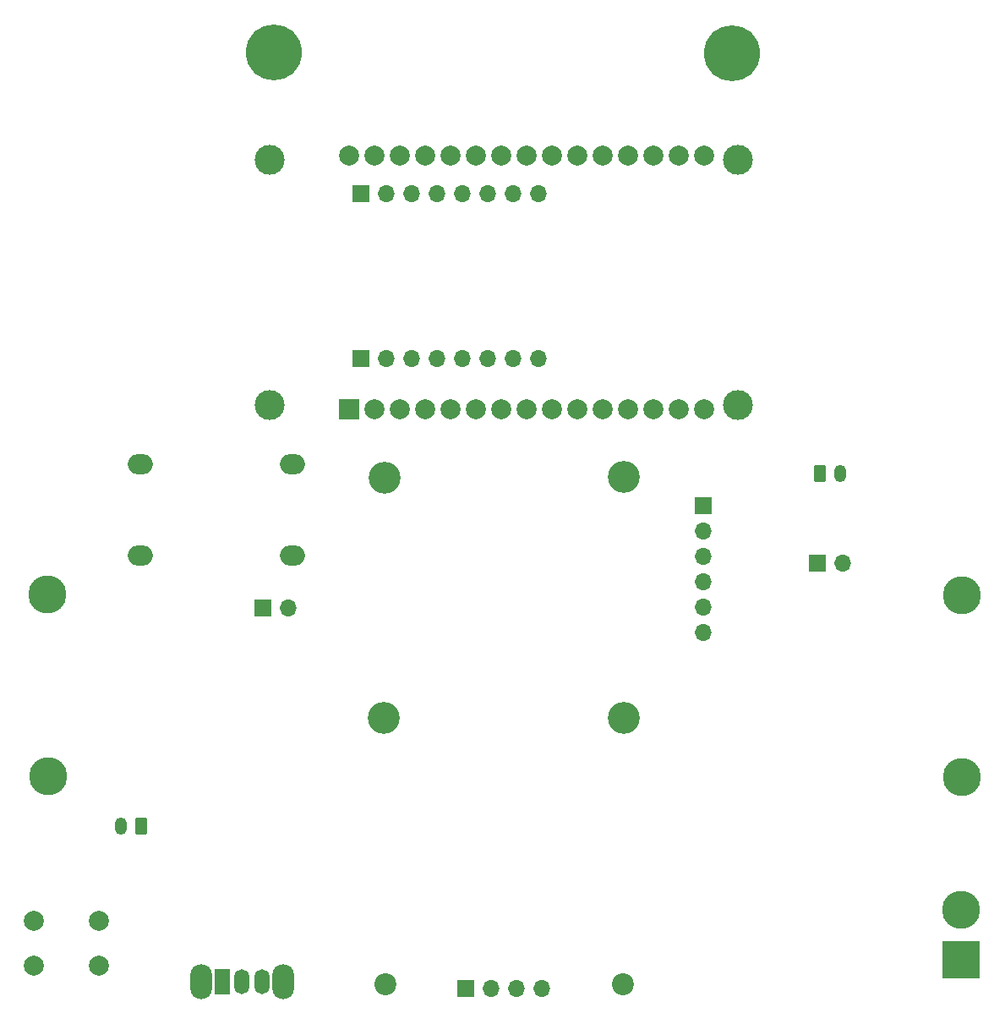
<source format=gbs>
G04 #@! TF.GenerationSoftware,KiCad,Pcbnew,7.0.5*
G04 #@! TF.CreationDate,2023-08-10T19:34:01+02:00*
G04 #@! TF.ProjectId,Siguelineas,53696775-656c-4696-9e65-61732e6b6963,rev?*
G04 #@! TF.SameCoordinates,Original*
G04 #@! TF.FileFunction,Soldermask,Bot*
G04 #@! TF.FilePolarity,Negative*
%FSLAX46Y46*%
G04 Gerber Fmt 4.6, Leading zero omitted, Abs format (unit mm)*
G04 Created by KiCad (PCBNEW 7.0.5) date 2023-08-10 19:34:01*
%MOMM*%
%LPD*%
G01*
G04 APERTURE LIST*
G04 Aperture macros list*
%AMRoundRect*
0 Rectangle with rounded corners*
0 $1 Rounding radius*
0 $2 $3 $4 $5 $6 $7 $8 $9 X,Y pos of 4 corners*
0 Add a 4 corners polygon primitive as box body*
4,1,4,$2,$3,$4,$5,$6,$7,$8,$9,$2,$3,0*
0 Add four circle primitives for the rounded corners*
1,1,$1+$1,$2,$3*
1,1,$1+$1,$4,$5*
1,1,$1+$1,$6,$7*
1,1,$1+$1,$8,$9*
0 Add four rect primitives between the rounded corners*
20,1,$1+$1,$2,$3,$4,$5,0*
20,1,$1+$1,$4,$5,$6,$7,0*
20,1,$1+$1,$6,$7,$8,$9,0*
20,1,$1+$1,$8,$9,$2,$3,0*%
G04 Aperture macros list end*
%ADD10C,3.800000*%
%ADD11C,3.200000*%
%ADD12C,5.600000*%
%ADD13R,1.700000X1.700000*%
%ADD14O,1.700000X1.700000*%
%ADD15O,2.200000X3.500000*%
%ADD16R,1.500000X2.500000*%
%ADD17O,1.500000X2.500000*%
%ADD18RoundRect,0.250000X0.350000X0.625000X-0.350000X0.625000X-0.350000X-0.625000X0.350000X-0.625000X0*%
%ADD19O,1.200000X1.750000*%
%ADD20C,2.000000*%
%ADD21R,2.000000X2.000000*%
%ADD22C,3.000000*%
%ADD23C,2.200000*%
%ADD24RoundRect,0.250000X-0.350000X-0.625000X0.350000X-0.625000X0.350000X0.625000X-0.350000X0.625000X0*%
%ADD25O,2.500000X2.000000*%
%ADD26R,3.800000X3.800000*%
G04 APERTURE END LIST*
D10*
X190239800Y-119224800D03*
X190214400Y-100987600D03*
X98685200Y-119140000D03*
D11*
X132335700Y-113233200D03*
D12*
X121285000Y-46634400D03*
D11*
X156338700Y-113233200D03*
D13*
X164337600Y-91998400D03*
D14*
X164337600Y-94538400D03*
X164337600Y-97078400D03*
X164337600Y-99618400D03*
X164337600Y-102158400D03*
X164337600Y-104698400D03*
D11*
X156338700Y-89179400D03*
D10*
X98659800Y-100902800D03*
D15*
X114035400Y-139732000D03*
X122235400Y-139732000D03*
D16*
X116135400Y-139732000D03*
D17*
X118135400Y-139732000D03*
X120135400Y-139732000D03*
D18*
X107984800Y-124146400D03*
D19*
X105984800Y-124146400D03*
D13*
X130037600Y-77318000D03*
D14*
X132577600Y-77318000D03*
X135117600Y-77318000D03*
X137657600Y-77318000D03*
X140197600Y-77318000D03*
X142737600Y-77318000D03*
X145277600Y-77318000D03*
X147817600Y-77318000D03*
D20*
X128822200Y-56946800D03*
X131362200Y-56946800D03*
X133902200Y-56946800D03*
X136442200Y-56946800D03*
X138982200Y-56946800D03*
X141522200Y-56946800D03*
X144062200Y-56946800D03*
X146602200Y-56946800D03*
X149142200Y-56946800D03*
X151682200Y-56946800D03*
X154222200Y-56946800D03*
X156762200Y-56946800D03*
X159302200Y-56946800D03*
X161842200Y-56946800D03*
X164382200Y-56946800D03*
X164382200Y-82346800D03*
X161842200Y-82346800D03*
X159302200Y-82346800D03*
X156762200Y-82346800D03*
X154222200Y-82346800D03*
X151682200Y-82346800D03*
X149142200Y-82346800D03*
X146602200Y-82346800D03*
X144062200Y-82346800D03*
X141522200Y-82346800D03*
X138982200Y-82346800D03*
X136442200Y-82346800D03*
X133902200Y-82346800D03*
X131362200Y-82346800D03*
D21*
X128822200Y-82346800D03*
D22*
X167812200Y-57416800D03*
X120862200Y-57416800D03*
X167812200Y-81926800D03*
X120862200Y-81926800D03*
D23*
X156286200Y-139928600D03*
D13*
X120187800Y-102260400D03*
D14*
X122727800Y-102260400D03*
D23*
X132461000Y-139979400D03*
D13*
X130063000Y-60782600D03*
D14*
X132603000Y-60782600D03*
X135143000Y-60782600D03*
X137683000Y-60782600D03*
X140223000Y-60782600D03*
X142763000Y-60782600D03*
X145303000Y-60782600D03*
X147843000Y-60782600D03*
D12*
X167233600Y-46685200D03*
D19*
X178047400Y-88773000D03*
D24*
X176047400Y-88773000D03*
D14*
X178308000Y-97764600D03*
D13*
X175768000Y-97764600D03*
X140537200Y-140335000D03*
D14*
X143077200Y-140335000D03*
X145617200Y-140335000D03*
X148157200Y-140335000D03*
D20*
X97283200Y-133589200D03*
X103783200Y-133589200D03*
X97283200Y-138089200D03*
X103783200Y-138089200D03*
D25*
X123139200Y-97026000D03*
X123139200Y-87886000D03*
X107899200Y-97026000D03*
X107899200Y-87886000D03*
D11*
X132386500Y-89230200D03*
D26*
X190119000Y-137515600D03*
D10*
X190119000Y-132515600D03*
M02*

</source>
